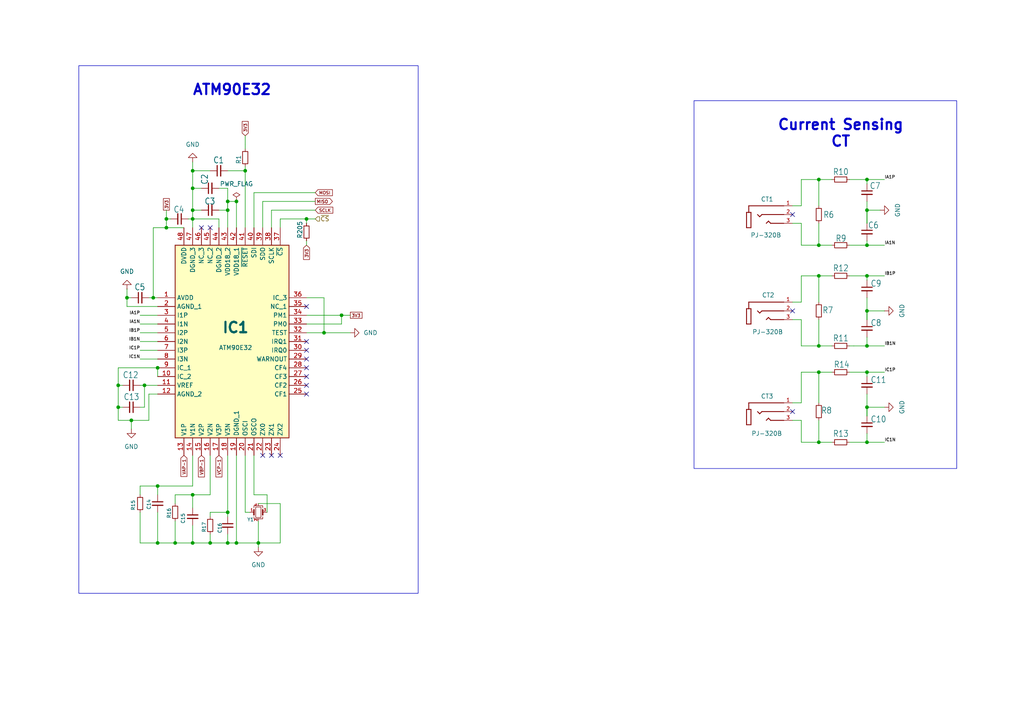
<source format=kicad_sch>
(kicad_sch (version 20231120) (generator "eeschema") (generator_version "8.0")
  (paper "A4")
  (lib_symbols
    (symbol "Device:C_Small" (pin_numbers hide) (pin_names (offset 0.254) hide)
      (property "Reference" "C" (at 0.254 1.778 0))
      (property "Value" "C_Small" (at 0.254 -2.032 0))
      (symbol "C_Small_0_1"
        (polyline (pts (xy -1.524 -0.508) (xy 1.524 -0.508)) (stroke (width 0.3302)))
        (polyline (pts (xy -1.524 0.508) (xy 1.524 0.508)) (stroke (width 0.3048)))
      )
      (symbol "C_Small_1_1"
        (pin passive line (at 0 2.54 270) (length 2.032) (name "~") (number "1"))
        (pin passive line (at 0 -2.54 90) (length 2.032) (name "~") (number "2"))
      )
    )
    (symbol "Device:Crystal_GND24_Small" (pin_names (offset 1.016) hide)
      (property "Reference" "Y" (at 1.27 4.445 0))
      (property "Value" "Crystal_GND24_Small" (at 1.27 2.54 0))
      (symbol "Crystal_GND24_Small_0_1"
        (rectangle (start -0.762 -1.524) (end 0.762 1.524))
        (polyline (pts (xy -1.27 -0.762) (xy -1.27 0.762)) (stroke (width 0.381)))
        (polyline (pts (xy 1.27 -0.762) (xy 1.27 0.762)) (stroke (width 0.381)))
        (polyline (pts (xy -1.27 -1.27) (xy -1.27 -1.905) (xy 1.27 -1.905) (xy 1.27 -1.27)))
        (polyline (pts (xy -1.27 1.27) (xy -1.27 1.905) (xy 1.27 1.905) (xy 1.27 1.27)))
      )
      (symbol "Crystal_GND24_Small_1_1"
        (pin passive line (at -2.54 0 0) (length 1.27) (name "1") (number "1"))
        (pin passive line (at 0 -2.54 90) (length 0.635) (name "2") (number "2"))
        (pin passive line (at 2.54 0 180) (length 1.27) (name "3") (number "3"))
        (pin passive line (at 0 2.54 270) (length 0.635) (name "4") (number "4"))
      )
    )
    (symbol "Device:R_Small" (pin_numbers hide) (pin_names (offset 0.254) hide)
      (property "Reference" "R" (at 0.762 0.508 0))
      (property "Value" "R_Small" (at 0.762 -1.016 0))
      (symbol "R_Small_0_1"
        (rectangle (start -0.762 1.778) (end 0.762 -1.778) (stroke (width 0.2032)))
      )
      (symbol "R_Small_1_1"
        (pin passive line (at 0 2.54 270) (length 0.762) (name "~") (number "1"))
        (pin passive line (at 0 -2.54 90) (length 0.762) (name "~") (number "2"))
      )
    )
    (symbol "Enerwize:ATM90E32AS-AU-R"
      (property "Reference" "IC" (at 39.37 20.32 0))
      (property "Value" "ATM90E32AS-AU-R" (at 39.37 17.78 0))
      (symbol "ATM90E32AS-AU-R_1_1"
        (rectangle (start 5.08 15.24) (end 38.1 -40.64) (stroke (width 0.254)) (fill (type background)))
        (pin passive line (at 0 0 0) (length 5.08) (name "AVDD") (number "1"))
        (pin passive line (at 0 -22.86 0) (length 5.08) (name "IC_2") (number "10"))
        (pin passive line (at 0 -25.4 0) (length 5.08) (name "VREF") (number "11"))
        (pin passive line (at 0 -27.94 0) (length 5.08) (name "AGND_2") (number "12"))
        (pin passive line (at 7.62 -45.72 90) (length 5.08) (name "V1P") (number "13"))
        (pin passive line (at 10.16 -45.72 90) (length 5.08) (name "V1N") (number "14"))
        (pin passive line (at 12.7 -45.72 90) (length 5.08) (name "V2P") (number "15"))
        (pin passive line (at 15.24 -45.72 90) (length 5.08) (name "V2N") (number "16"))
        (pin passive line (at 17.78 -45.72 90) (length 5.08) (name "V3P") (number "17"))
        (pin passive line (at 20.32 -45.72 90) (length 5.08) (name "V3N") (number "18"))
        (pin passive line (at 22.86 -45.72 90) (length 5.08) (name "DGND_1") (number "19"))
        (pin passive line (at 0 -2.54 0) (length 5.08) (name "AGND_1") (number "2"))
        (pin passive line (at 25.4 -45.72 90) (length 5.08) (name "OSCI") (number "20"))
        (pin passive line (at 27.94 -45.72 90) (length 5.08) (name "OSCO") (number "21"))
        (pin passive line (at 30.48 -45.72 90) (length 5.08) (name "ZX0") (number "22"))
        (pin passive line (at 33.02 -45.72 90) (length 5.08) (name "ZX1") (number "23"))
        (pin passive line (at 35.56 -45.72 90) (length 5.08) (name "ZX2") (number "24"))
        (pin passive line (at 43.18 -27.94 180) (length 5.08) (name "CF1") (number "25"))
        (pin passive line (at 43.18 -25.4 180) (length 5.08) (name "CF2") (number "26"))
        (pin passive line (at 43.18 -22.86 180) (length 5.08) (name "CF3") (number "27"))
        (pin passive line (at 43.18 -20.32 180) (length 5.08) (name "CF4") (number "28"))
        (pin passive line (at 43.18 -17.78 180) (length 5.08) (name "WARNOUT") (number "29"))
        (pin passive line (at 0 -5.08 0) (length 5.08) (name "I1P") (number "3"))
        (pin passive line (at 43.18 -15.24 180) (length 5.08) (name "IRQ0") (number "30"))
        (pin passive line (at 43.18 -12.7 180) (length 5.08) (name "IRQ1") (number "31"))
        (pin passive line (at 43.18 -10.16 180) (length 5.08) (name "TEST") (number "32"))
        (pin passive line (at 43.18 -7.62 180) (length 5.08) (name "PM0") (number "33"))
        (pin passive line (at 43.18 -5.08 180) (length 5.08) (name "PM1") (number "34"))
        (pin passive line (at 43.18 -2.54 180) (length 5.08) (name "NC_1") (number "35"))
        (pin passive line (at 43.18 0 180) (length 5.08) (name "IC_3") (number "36"))
        (pin passive line (at 35.56 20.32 270) (length 5.08) (name "~{CS}") (number "37"))
        (pin passive line (at 33.02 20.32 270) (length 5.08) (name "SCLK") (number "38"))
        (pin passive line (at 30.48 20.32 270) (length 5.08) (name "SDO") (number "39"))
        (pin passive line (at 0 -7.62 0) (length 5.08) (name "I1N") (number "4"))
        (pin passive line (at 27.94 20.32 270) (length 5.08) (name "SDI") (number "40"))
        (pin passive line (at 25.4 20.32 270) (length 5.08) (name "~{RESET}") (number "41"))
        (pin passive line (at 22.86 20.32 270) (length 5.08) (name "VDD18_1") (number "42"))
        (pin passive line (at 20.32 20.32 270) (length 5.08) (name "VDD18_2") (number "43"))
        (pin passive line (at 17.78 20.32 270) (length 5.08) (name "DGND_2") (number "44"))
        (pin passive line (at 15.24 20.32 270) (length 5.08) (name "NC_2") (number "45"))
        (pin passive line (at 12.7 20.32 270) (length 5.08) (name "NC_3") (number "46"))
        (pin passive line (at 10.16 20.32 270) (length 5.08) (name "DGND_3") (number "47"))
        (pin passive line (at 7.62 20.32 270) (length 5.08) (name "DVDD") (number "48"))
        (pin passive line (at 0 -10.16 0) (length 5.08) (name "I2P") (number "5"))
        (pin passive line (at 0 -12.7 0) (length 5.08) (name "I2N") (number "6"))
        (pin passive line (at 0 -15.24 0) (length 5.08) (name "I3P") (number "7"))
        (pin passive line (at 0 -17.78 0) (length 5.08) (name "I3N") (number "8"))
        (pin passive line (at 0 -20.32 0) (length 5.08) (name "IC_1") (number "9"))
      )
    )
    (symbol "Enerwize:PJ-320B" (pin_names (offset 1.016))
      (property "Reference" "J" (at -5.08 5.08 0))
      (property "Value" "PJ-320B" (at -5.08 -7.62 0))
      (symbol "PJ-320B_0_0"
        (polyline (pts (xy -5.715 -3.81) (xy -5.715 0.635)) (stroke (width 0.254)))
        (polyline (pts (xy -5.715 0.635) (xy -5.08 0.635)) (stroke (width 0.254)))
        (polyline (pts (xy -5.08 0.635) (xy -4.445 0.635)) (stroke (width 0.254)))
        (polyline (pts (xy -5.08 2.54) (xy -5.08 0.635)) (stroke (width 0.254)))
        (polyline (pts (xy -4.445 -3.81) (xy -5.715 -3.81)) (stroke (width 0.254)))
        (polyline (pts (xy -4.445 0.635) (xy -4.445 -3.81)) (stroke (width 0.254)))
        (polyline (pts (xy -1.905 -0.635) (xy -2.54 0)) (stroke (width 0.254)))
        (polyline (pts (xy -1.27 0) (xy -1.905 -0.635)) (stroke (width 0.254)))
        (polyline (pts (xy 0.635 -1.905) (xy 0 -2.54)) (stroke (width 0.254)))
        (polyline (pts (xy 1.27 -2.54) (xy 0.635 -1.905)) (stroke (width 0.254)))
        (polyline (pts (xy 5.08 -2.54) (xy 1.27 -2.54)) (stroke (width 0.254)))
        (polyline (pts (xy 5.08 0) (xy -1.27 0)) (stroke (width 0.254)))
        (polyline (pts (xy 5.08 2.54) (xy -5.08 2.54)) (stroke (width 0.254)))
        (pin passive line (at 7.62 2.54 180) (length 2.54) (name "~") (number "1"))
        (pin passive line (at 7.62 0 180) (length 2.54) (name "~") (number "2"))
        (pin passive line (at 7.62 -2.54 180) (length 2.54) (name "~") (number "3"))
      )
    )
    (symbol "PWR_FLAG_1" (power) (pin_numbers hide) (pin_names (offset 0) hide)
      (property "Value" "PWR_FLAG" (at 0 3.81 0))
      (symbol "PWR_FLAG_1_0_0"
        (pin power_out line (at 0 0 90) (length 0) (name "~") (number "1"))
      )
      (symbol "PWR_FLAG_1_0_1"
        (polyline (pts (xy 0 0) (xy 0 1.27) (xy -1.016 1.905) (xy 0 2.54) (xy 1.016 1.905) (xy 0 1.27)))
      )
    )
    (symbol "power:GND" (power) (pin_numbers hide) (pin_names (offset 0) hide)
      (property "Value" "GND" (at 0 -3.81 0))
      (symbol "GND_0_1"
        (polyline (pts (xy 0 0) (xy 0 -1.27) (xy 1.27 -1.27) (xy 0 -2.54) (xy -1.27 -1.27) (xy 0 -1.27)))
      )
      (symbol "GND_1_1"
        (pin power_in line (at 0 0 270) (length 0) (name "~") (number "1"))
      )
    )
  )
  (junction (at 237.49 80.01))
  (junction (at 55.88 157.48))
  (junction (at 34.29 118.11))
  (junction (at 48.26 63.5))
  (junction (at 60.96 157.48))
  (junction (at 34.29 111.76))
  (junction (at 36.83 86.36))
  (junction (at 251.46 71.12))
  (junction (at 68.58 157.48))
  (junction (at 45.72 157.48))
  (junction (at 50.8 157.48))
  (junction (at 251.46 118.11))
  (junction (at 38.1 121.92))
  (junction (at 251.46 100.33))
  (junction (at 237.49 52.07))
  (junction (at 66.04 58.42))
  (junction (at 237.49 71.12))
  (junction (at 88.9 63.5))
  (junction (at 41.91 111.76))
  (junction (at 93.98 96.52))
  (junction (at 71.12 49.53))
  (junction (at 66.04 157.48))
  (junction (at 251.46 52.07))
  (junction (at 44.45 86.36))
  (junction (at 55.88 49.53))
  (junction (at 99.06 91.44))
  (junction (at 237.49 128.27))
  (junction (at 251.46 80.01))
  (junction (at 251.46 60.96))
  (junction (at 55.88 60.96))
  (junction (at 48.26 66.04))
  (junction (at 45.72 106.68))
  (junction (at 45.72 140.97))
  (junction (at 251.46 90.17))
  (junction (at 251.46 128.27))
  (junction (at 237.49 107.95))
  (junction (at 237.49 100.33))
  (junction (at 66.04 148.59))
  (junction (at 74.93 157.48))
  (junction (at 66.04 60.96))
  (junction (at 55.88 63.5))
  (junction (at 55.88 143.51))
  (junction (at 251.46 107.95))
  (junction (at 55.88 54.61))
  (junction (at 68.58 58.42))
  (no_connect (at 88.9 106.68))
  (no_connect (at 229.87 62.23))
  (no_connect (at 58.42 66.04))
  (no_connect (at 229.87 119.38))
  (no_connect (at 88.9 88.9))
  (no_connect (at 60.96 66.04))
  (no_connect (at 88.9 101.6))
  (no_connect (at 88.9 111.76))
  (no_connect (at 78.74 132.08))
  (no_connect (at 88.9 114.3))
  (no_connect (at 88.9 99.06))
  (no_connect (at 88.9 109.22))
  (no_connect (at 81.28 132.08))
  (no_connect (at 88.9 104.14))
  (no_connect (at 229.87 90.17))
  (no_connect (at 76.2 132.08))
  (wire (pts (xy 256.54 107.95) (xy 251.46 107.95)) (stroke (width 0.1524)))
  (wire (pts (xy 45.72 157.48) (xy 50.8 157.48)))
  (wire (pts (xy 251.46 118.11) (xy 251.46 120.65)))
  (wire (pts (xy 55.88 152.4) (xy 55.88 157.48)))
  (wire (pts (xy 45.72 106.68) (xy 45.72 109.22)))
  (wire (pts (xy 71.12 132.08) (xy 71.12 148.59)) (stroke (width 0.1524)))
  (wire (pts (xy 55.88 63.5) (xy 55.88 66.04)))
  (wire (pts (xy 237.49 116.84) (xy 237.49 107.95)))
  (wire (pts (xy 34.29 111.76) (xy 35.56 111.76)))
  (wire (pts (xy 74.93 151.13) (xy 74.93 157.48)))
  (wire (pts (xy 40.64 148.59) (xy 40.64 157.48)))
  (wire (pts (xy 66.04 149.86) (xy 66.04 148.59)))
  (wire (pts (xy 251.46 100.33) (xy 251.46 97.79)))
  (wire (pts (xy 237.49 71.12) (xy 241.3 71.12)))
  (wire (pts (xy 60.96 148.59) (xy 66.04 148.59)) (stroke (width 0.1524)))
  (wire (pts (xy 256.54 80.01) (xy 251.46 80.01)) (stroke (width 0.1524)))
  (wire (pts (xy 40.64 157.48) (xy 45.72 157.48)))
  (wire (pts (xy 58.42 54.61) (xy 55.88 54.61)) (stroke (width 0.1524)))
  (wire (pts (xy 63.5 54.61) (xy 66.04 54.61)) (stroke (width 0.1524)))
  (wire (pts (xy 229.87 87.63) (xy 232.41 87.63)) (stroke (width 0.1524)))
  (wire (pts (xy 68.58 132.08) (xy 68.58 157.48)) (stroke (width 0.1524)))
  (wire (pts (xy 45.72 99.06) (xy 40.64 99.06)) (stroke (width 0.1524)))
  (wire (pts (xy 34.29 111.76) (xy 34.29 118.11)))
  (wire (pts (xy 66.04 49.53) (xy 71.12 49.53)))
  (wire (pts (xy 48.26 66.04) (xy 53.34 66.04)) (stroke (width 0.1524)))
  (wire (pts (xy 246.38 100.33) (xy 247.65 100.33)))
  (wire (pts (xy 88.9 64.77) (xy 88.9 63.5)))
  (wire (pts (xy 38.1 121.92) (xy 43.18 121.92)) (stroke (width 0.1524)))
  (wire (pts (xy 50.8 157.48) (xy 55.88 157.48)))
  (wire (pts (xy 256.54 118.11) (xy 251.46 118.11)) (stroke (width 0.1524)))
  (wire (pts (xy 81.28 157.48) (xy 74.93 157.48)))
  (wire (pts (xy 34.29 121.92) (xy 38.1 121.92)) (stroke (width 0.1524)))
  (wire (pts (xy 45.72 148.59) (xy 45.72 157.48)))
  (wire (pts (xy 74.93 146.05) (xy 81.28 146.05)))
  (wire (pts (xy 251.46 100.33) (xy 256.54 100.33)) (stroke (width 0.1524)))
  (wire (pts (xy 68.58 66.04) (xy 68.58 58.42)))
  (wire (pts (xy 55.88 60.96) (xy 55.88 63.5)))
  (wire (pts (xy 251.46 52.07) (xy 251.46 53.34)))
  (wire (pts (xy 50.8 151.13) (xy 50.8 157.48)))
  (wire (pts (xy 36.83 86.36) (xy 36.83 88.9)) (stroke (width 0.1524)))
  (wire (pts (xy 54.61 63.5) (xy 55.88 63.5)))
  (wire (pts (xy 73.66 55.88) (xy 91.44 55.88)) (stroke (width 0.1524)))
  (wire (pts (xy 71.12 41.91) (xy 71.12 43.18)))
  (wire (pts (xy 45.72 140.97) (xy 55.88 140.97)) (stroke (width 0.1524)))
  (wire (pts (xy 237.49 87.63) (xy 237.49 80.01)))
  (wire (pts (xy 251.46 90.17) (xy 251.46 92.71)))
  (wire (pts (xy 237.49 107.95) (xy 241.3 107.95)) (stroke (width 0.1524)))
  (wire (pts (xy 232.41 107.95) (xy 237.49 107.95)) (stroke (width 0.1524)))
  (wire (pts (xy 71.12 48.26) (xy 71.12 49.53)))
  (wire (pts (xy 81.28 66.04) (xy 81.28 63.5)) (stroke (width 0.1524)))
  (wire (pts (xy 232.41 52.07) (xy 237.49 52.07)) (stroke (width 0.1524)))
  (wire (pts (xy 68.58 157.48) (xy 74.93 157.48)) (stroke (width 0.1524)))
  (wire (pts (xy 237.49 100.33) (xy 241.3 100.33)))
  (wire (pts (xy 99.06 91.44) (xy 101.6 91.44)) (stroke (width 0.1524)))
  (wire (pts (xy 246.38 107.95) (xy 251.46 107.95)) (stroke (width 0.1524)))
  (wire (pts (xy 256.54 52.07) (xy 251.46 52.07)) (stroke (width 0.1524)))
  (wire (pts (xy 88.9 96.52) (xy 93.98 96.52)) (stroke (width 0.1524)))
  (wire (pts (xy 40.64 140.97) (xy 40.64 143.51)) (stroke (width 0.1524)))
  (wire (pts (xy 44.45 86.36) (xy 45.72 86.36)))
  (wire (pts (xy 55.88 54.61) (xy 55.88 60.96)) (stroke (width 0.1524)))
  (wire (pts (xy 78.74 60.96) (xy 91.44 60.96)) (stroke (width 0.1524)))
  (wire (pts (xy 34.29 118.11) (xy 34.29 121.92)))
  (wire (pts (xy 232.41 100.33) (xy 232.41 92.71)))
  (wire (pts (xy 48.26 60.96) (xy 48.26 63.5)))
  (wire (pts (xy 45.72 96.52) (xy 40.64 96.52)) (stroke (width 0.1524)))
  (wire (pts (xy 251.46 60.96) (xy 251.46 64.77)))
  (wire (pts (xy 88.9 86.36) (xy 93.98 86.36)) (stroke (width 0.1524)))
  (wire (pts (xy 232.41 80.01) (xy 237.49 80.01)))
  (wire (pts (xy 55.88 46.99) (xy 55.88 49.53)) (stroke (width 0.1524)))
  (wire (pts (xy 93.98 96.52) (xy 101.6 96.52)) (stroke (width 0.1524)))
  (wire (pts (xy 66.04 60.96) (xy 66.04 66.04)) (stroke (width 0.1524)))
  (wire (pts (xy 44.45 66.04) (xy 44.45 86.36)) (stroke (width 0.1524)))
  (wire (pts (xy 41.91 111.76) (xy 40.64 111.76)))
  (wire (pts (xy 232.41 116.84) (xy 229.87 116.84)) (stroke (width 0.1524)))
  (wire (pts (xy 55.88 143.51) (xy 55.88 147.32)))
  (wire (pts (xy 232.41 116.84) (xy 232.41 107.95)) (stroke (width 0.1524)))
  (wire (pts (xy 246.38 80.01) (xy 251.46 80.01)) (stroke (width 0.1524)))
  (wire (pts (xy 88.9 69.85) (xy 88.9 71.12)))
  (wire (pts (xy 45.72 140.97) (xy 45.72 143.51)))
  (wire (pts (xy 66.04 58.42) (xy 66.04 60.96)))
  (wire (pts (xy 251.46 107.95) (xy 251.46 109.22)))
  (wire (pts (xy 34.29 106.68) (xy 34.29 111.76)))
  (wire (pts (xy 60.96 154.94) (xy 60.96 157.48)))
  (wire (pts (xy 246.38 71.12) (xy 251.46 71.12)))
  (wire (pts (xy 60.96 132.08) (xy 60.96 143.51)))
  (wire (pts (xy 237.49 64.77) (xy 237.49 71.12)))
  (wire (pts (xy 41.91 118.11) (xy 40.64 118.11)))
  (wire (pts (xy 48.26 64.77) (xy 48.26 66.04)) (stroke (width 0.1524)))
  (wire (pts (xy 251.46 80.01) (xy 251.46 81.28)))
  (wire (pts (xy 71.12 39.37) (xy 71.12 41.91)) (stroke (width 0.1524)))
  (wire (pts (xy 81.28 63.5) (xy 88.9 63.5)) (stroke (width 0.1524)))
  (wire (pts (xy 232.41 59.69) (xy 229.87 59.69)))
  (wire (pts (xy 74.93 158.75) (xy 74.93 157.48)))
  (wire (pts (xy 251.46 118.11) (xy 251.46 114.3)))
  (wire (pts (xy 50.8 143.51) (xy 55.88 143.51)) (stroke (width 0.1524)))
  (wire (pts (xy 247.65 100.33) (xy 251.46 100.33)) (stroke (width 0.1524)))
  (wire (pts (xy 48.26 63.5) (xy 48.26 64.77)))
  (wire (pts (xy 55.88 157.48) (xy 60.96 157.48)))
  (wire (pts (xy 55.88 143.51) (xy 60.96 143.51)))
  (wire (pts (xy 246.38 128.27) (xy 251.46 128.27)) (stroke (width 0.1524)))
  (wire (pts (xy 232.41 92.71) (xy 229.87 92.71)))
  (wire (pts (xy 251.46 60.96) (xy 251.46 58.42)))
  (wire (pts (xy 45.72 88.9) (xy 36.83 88.9)) (stroke (width 0.1524)))
  (wire (pts (xy 71.12 148.59) (xy 72.39 148.59)) (stroke (width 0.1524)))
  (wire (pts (xy 256.54 90.17) (xy 251.46 90.17)) (stroke (width 0.1524)))
  (wire (pts (xy 41.91 111.76) (xy 45.72 111.76)))
  (wire (pts (xy 55.88 140.97) (xy 55.88 132.08)) (stroke (width 0.1524)))
  (wire (pts (xy 237.49 121.92) (xy 237.49 128.27)))
  (wire (pts (xy 43.18 114.3) (xy 43.18 121.92)) (stroke (width 0.1524)))
  (wire (pts (xy 66.04 58.42) (xy 66.04 60.96)) (stroke (width 0.1524)))
  (wire (pts (xy 41.91 111.76) (xy 41.91 118.11)))
  (wire (pts (xy 36.83 86.36) (xy 38.1 86.36)) (stroke (width 0.1524)))
  (wire (pts (xy 73.66 143.51) (xy 77.47 143.51)) (stroke (width 0.1524)))
  (wire (pts (xy 237.49 128.27) (xy 241.3 128.27)))
  (wire (pts (xy 38.1 121.92) (xy 38.1 124.46)))
  (wire (pts (xy 76.2 58.42) (xy 91.44 58.42)) (stroke (width 0.1524)))
  (wire (pts (xy 251.46 71.12) (xy 251.46 69.85)))
  (wire (pts (xy 55.88 49.53) (xy 55.88 54.61)) (stroke (width 0.1524)))
  (wire (pts (xy 93.98 86.36) (xy 93.98 96.52)) (stroke (width 0.1524)))
  (wire (pts (xy 99.06 93.98) (xy 99.06 91.44)) (stroke (width 0.1524)))
  (wire (pts (xy 60.96 49.53) (xy 55.88 49.53)) (stroke (width 0.1524)))
  (wire (pts (xy 73.66 132.08) (xy 73.66 143.51)) (stroke (width 0.1524)))
  (wire (pts (xy 78.74 66.04) (xy 78.74 60.96)) (stroke (width 0.1524)))
  (wire (pts (xy 232.41 71.12) (xy 232.41 64.77)))
  (wire (pts (xy 246.38 52.07) (xy 251.46 52.07)) (stroke (width 0.1524)))
  (wire (pts (xy 88.9 93.98) (xy 99.06 93.98)) (stroke (width 0.1524)))
  (wire (pts (xy 255.27 60.96) (xy 251.46 60.96)) (stroke (width 0.1524)))
  (wire (pts (xy 63.5 63.5) (xy 63.5 66.04)) (stroke (width 0.1524)))
  (wire (pts (xy 232.41 121.92) (xy 229.87 121.92)))
  (wire (pts (xy 43.18 86.36) (xy 44.45 86.36)))
  (wire (pts (xy 45.72 101.6) (xy 40.64 101.6)) (stroke (width 0.1524)))
  (wire (pts (xy 43.18 114.3) (xy 45.72 114.3)) (stroke (width 0.1524)))
  (wire (pts (xy 45.72 106.68) (xy 34.29 106.68)))
  (wire (pts (xy 55.88 63.5) (xy 63.5 63.5)) (stroke (width 0.1524)))
  (wire (pts (xy 237.49 52.07) (xy 241.3 52.07)) (stroke (width 0.1524)))
  (wire (pts (xy 232.41 128.27) (xy 237.49 128.27)))
  (wire (pts (xy 76.2 66.04) (xy 76.2 58.42)) (stroke (width 0.1524)))
  (wire (pts (xy 232.41 59.69) (xy 232.41 52.07)))
  (wire (pts (xy 45.72 91.44) (xy 40.64 91.44)) (stroke (width 0.1524)))
  (wire (pts (xy 60.96 148.59) (xy 60.96 149.86)) (stroke (width 0.1524)))
  (wire (pts (xy 55.88 60.96) (xy 58.42 60.96)) (stroke (width 0.1524)))
  (wire (pts (xy 251.46 128.27) (xy 251.46 125.73)))
  (wire (pts (xy 66.04 58.42) (xy 68.58 58.42)))
  (wire (pts (xy 66.04 157.48) (xy 68.58 157.48)))
  (wire (pts (xy 237.49 80.01) (xy 241.3 80.01)))
  (wire (pts (xy 251.46 90.17) (xy 251.46 86.36)))
  (wire (pts (xy 45.72 93.98) (xy 40.64 93.98)) (stroke (width 0.1524)))
  (wire (pts (xy 251.46 71.12) (xy 256.54 71.12)) (stroke (width 0.1524)))
  (wire (pts (xy 48.26 63.5) (xy 49.53 63.5)))
  (wire (pts (xy 88.9 91.44) (xy 99.06 91.44)) (stroke (width 0.1524)))
  (wire (pts (xy 66.04 154.94) (xy 66.04 157.48)))
  (wire (pts (xy 232.41 100.33) (xy 237.49 100.33)))
  (wire (pts (xy 237.49 59.69) (xy 237.49 52.07)))
  (wire (pts (xy 40.64 140.97) (xy 45.72 140.97)) (stroke (width 0.1524)))
  (wire (pts (xy 77.47 143.51) (xy 77.47 148.59)) (stroke (width 0.1524)))
  (wire (pts (xy 251.46 118.11) (xy 251.46 120.65)) (stroke (width 0.1524)))
  (wire (pts (xy 251.46 128.27) (xy 256.54 128.27)) (stroke (width 0.1524)))
  (wire (pts (xy 251.46 90.17) (xy 251.46 92.71)) (stroke (width 0.1524)))
  (wire (pts (xy 50.8 143.51) (xy 50.8 146.05)))
  (wire (pts (xy 36.83 86.36) (xy 38.1 86.36)))
  (wire (pts (xy 45.72 104.14) (xy 40.64 104.14)) (stroke (width 0.1524)))
  (wire (pts (xy 81.28 146.05) (xy 81.28 157.48)))
  (wire (pts (xy 232.41 87.63) (xy 232.41 80.01)) (stroke (width 0.1524)))
  (wire (pts (xy 36.83 83.82) (xy 36.83 86.36)))
  (wire (pts (xy 73.66 66.04) (xy 73.66 55.88)) (stroke (width 0.1524)))
  (wire (pts (xy 34.29 118.11) (xy 35.56 118.11)))
  (wire (pts (xy 63.5 60.96) (xy 66.04 60.96)))
  (wire (pts (xy 232.41 128.27) (xy 232.41 121.92)))
  (wire (pts (xy 232.41 71.12) (xy 237.49 71.12)))
  (wire (pts (xy 66.04 148.59) (xy 66.04 132.08)) (stroke (width 0.1524)))
  (wire (pts (xy 237.49 92.71) (xy 237.49 100.33)))
  (wire (pts (xy 71.12 49.53) (xy 71.12 66.04)))
  (wire (pts (xy 66.04 54.61) (xy 66.04 58.42)) (stroke (width 0.1524)))
  (wire (pts (xy 60.96 157.48) (xy 66.04 157.48)))
  (wire (pts (xy 232.41 64.77) (xy 229.87 64.77)))
  (wire (pts (xy 44.45 66.04) (xy 48.26 66.04)) (stroke (width 0.1524)))
  (wire (pts (xy 88.9 63.5) (xy 91.44 63.5)) (stroke (width 0.1524)))
  (wire (pts (xy 251.46 60.96) (xy 251.46 64.77)) (stroke (width 0.1524)))
  (rectangle (start 22.86 19.05) (end 121.285 172.085))
  (rectangle (start 201.295 29.21) (end 277.495 135.89))
  (text "Current Sensing\nCT" (at 243.84 42.926 0) (effects (font (size 3 3) (thickness 0.6) (bold yes)) (justify bottom)))
  (text "ATM90E32" (at 67.31 27.94 0) (effects (font (size 3 3) (thickness 0.6) (bold yes)) (justify bottom)))
  (label "IA1P" (at 40.64 91.44 180) (effects (font (size 0.889 0.889))))
  (label "IA1N" (at 256.54 71.12 0) (effects (font (size 0.889 0.889))))
  (label "IC1N" (at 40.64 104.14 180) (effects (font (size 0.889 0.889))))
  (label "IA1N" (at 40.64 93.98 180) (effects (font (size 0.889 0.889))))
  (label "IB1P" (at 256.54 80.01 0) (effects (font (size 0.889 0.889))))
  (label "IB1N" (at 40.64 99.06 180) (effects (font (size 0.889 0.889))))
  (label "IC1N" (at 256.54 128.27 0) (effects (font (size 0.889 0.889))))
  (label "IB1P" (at 40.64 96.52 180) (effects (font (size 0.889 0.889))))
  (label "IB1N" (at 256.54 100.33 0) (effects (font (size 0.889 0.889))))
  (label "IC1P" (at 256.54 107.95 0) (effects (font (size 0.889 0.889))))
  (label "IA1P" (at 256.54 52.07 0) (effects (font (size 0.889 0.889))))
  (label "IC1P" (at 40.64 101.6 180) (effects (font (size 0.889 0.889))))
  (global_label "3V3" (shape input) (at 71.12 39.37 90) (effects (font (size 0.889 0.889))) (property "Intersheetrefs" "${INTERSHEET_REFS}" (effects (hide yes))))
  (global_label "MOSI" (shape input) (at 91.44 55.88 0) (effects (font (size 0.9 0.9))) (property "Intersheetrefs" "${INTERSHEET_REFS}" (effects (hide yes))))
  (global_label "3V3" (shape input) (at 88.9 71.12 270) (effects (font (size 0.889 0.889))) (property "Intersheetrefs" "${INTERSHEET_REFS}" (effects (hide yes))))
  (global_label "MISO" (shape output) (at 91.44 58.42 0) (effects (font (size 0.9 0.9))) (property "Intersheetrefs" "${INTERSHEET_REFS}" (effects (hide yes))))
  (global_label "3V3" (shape passive) (at 48.26 60.96 90) (effects (font (size 0.889 0.889))) (property "Intersheetrefs" "${INTERSHEET_REFS}" (effects (hide yes))))
  (global_label "VBP-1" (shape input) (at 58.42 132.08 270) (effects (font (size 0.9 0.9))) (property "Intersheetrefs" "${INTERSHEET_REFS}" (effects (hide yes))))
  (global_label "VCP-1" (shape input) (at 63.5 132.08 270) (effects (font (size 0.9 0.9))) (property "Intersheetrefs" "${INTERSHEET_REFS}" (effects (hide yes))))
  (global_label "SCLK" (shape input) (at 91.44 60.96 0) (effects (font (size 0.9 0.9))) (property "Intersheetrefs" "${INTERSHEET_REFS}" (effects (hide yes))))
  (global_label "3V3" (shape passive) (at 101.6 91.44 0) (effects (font (size 0.9 0.9))) (property "Intersheetrefs" "${INTERSHEET_REFS}" (effects (hide yes))))
  (global_label "VAP-1" (shape input) (at 53.34 132.08 270) (effects (font (size 0.9 0.9))) (property "Intersheetrefs" "${INTERSHEET_REFS}" (effects (hide yes))))
  (hierarchical_label "~{CS}" (shape input) (at 91.44 63.5 0))
  (symbol (lib_id "Enerwize:PJ-320B") (at 222.25 62.23 0) (unit 1)
    (property "Reference" "CT1" (at 220.6625 57.785 0) (effects (justify left)))
    (property "Value" "PJ-320B" (at 217.678 68.199 0) (effects (justify left)))
    (property "Footprint" "Enerwize:BOOMELE_PJ-320B" (effects (hide yes)))
    (property "Description" "3.5mm headphone jack 30V 200mA SMD Audio Connector" (effects (hide yes)))
    (property "MF" "Luoyang Dishang electronics" (effects (hide yes)))
    (property "MAXIMUM_PACKAGE_HEIGHT" "5mm" (effects (hide yes)))
    (property "Package" "Package" (effects (hide yes)))
    (property "Price" "None" (effects (hide yes)))
    (property "Check_prices" "https://www.snapeda.com/parts/PJ-320B/Luoyang+Dishang+electronics/view-part/?ref=eda" (effects (hide yes)))
    (property "STANDARD" "Manufacturer Recommendation" (effects (hide yes)))
    (property "SnapEDA_Link" "https://www.snapeda.com/parts/PJ-320B/Luoyang+Dishang+electronics/view-part/?ref=snap" (effects (hide yes)))
    (property "MP" "PJ-320B" (effects (hide yes)))
    (property "Availability" "Not in stock" (effects (hide yes)))
    (property "MANUFACTURER" "Luoyang Dishang electronics" (effects (hide yes)))
    (property "LCSC Part #" "C18594" (effects (hide yes)))
    (instances (project "ATM90E32-breakout" (path "" (reference "CT1") (unit 1))) (project "Lora-Mainboard" (path "" (reference "CT201") (unit 1)) (path "" (reference "CT101") (unit 1)) (path "" (reference "CT301") (unit 1))))
  )
  (symbol (lib_id "Device:C_Small") (at 40.64 86.36 90) (unit 1)
    (property "Reference" "C5" (at 42.164 82.296 90) (effects (font (size 1.778 1.5113)) (justify left bottom)))
    (property "Value" "100nF X7R ±5%" (effects (hide yes)))
    (property "Footprint" "Capacitor_SMD:C_0603_1608Metric_Pad1.08x0.95mm_HandSolder" (effects (hide yes)))
    (property "Manufacturer_Part_Number" "06036C104JAT2A" (effects (hide yes)))
    (property "LCSC Part #" "C88136" (effects (hide yes)))
    (instances (project "ATM90E32-breakout" (path "" (reference "C5") (unit 1))) (project "Lora-Mainboard" (path "" (reference "C203") (unit 1)) (path "" (reference "C103") (unit 1)) (path "" (reference "C303") (unit 1))))
  )
  (symbol (lib_id "Device:C_Small") (at 63.5 49.53 90) (unit 1)
    (property "Reference" "C1" (at 65.024 45.466 90) (effects (font (size 1.778 1.5113)) (justify left bottom)))
    (property "Value" "100nF X7R ±5%" (effects (hide yes)))
    (property "Footprint" "Capacitor_SMD:C_0603_1608Metric_Pad1.08x0.95mm_HandSolder" (effects (hide yes)))
    (property "Manufacturer_Part_Number" "06036C104JAT2A" (effects (hide yes)))
    (property "LCSC Part #" "C88136" (effects (hide yes)))
    (instances (project "ATM90E32-breakout" (path "" (reference "C1") (unit 1))) (project "Lora-Mainboard" (path "" (reference "C209") (unit 1)) (path "" (reference "C109") (unit 1)) (path "" (reference "C309") (unit 1))))
  )
  (symbol (lib_id "Device:R_Small") (at 60.96 152.4 0) (unit 1)
    (property "Reference" "R17" (at 59.182 154.432 90) (effects (font (size 1 1)) (justify left)))
    (property "Value" "±0.1% ±25ppm/℃ 1kΩ" (effects (hide yes)))
    (property "Footprint" "Resistor_SMD:R_0603_1608Metric_Pad0.98x0.95mm_HandSolder" (effects (hide yes)))
    (property "Description" "±0.1% ±25ppm/℃ " (effects (hide yes)))
    (property "LCSC Part #" "C2989112" (effects (hide yes)))
    (instances (project "ATM90E32-breakout" (path "" (reference "R17") (unit 1))) (project "Lora-Mainboard" (path "" (reference "R203") (unit 1)) (path "" (reference "R103") (unit 1)) (path "" (reference "R303") (unit 1))))
  )
  (symbol (lib_id "Device:R_Small") (at 71.12 45.72 0) (unit 1)
    (property "Reference" "R1" (at 69.215 47.625 90) (effects (justify left)))
    (property "Value" "±25ppm/℃ ±0.1% 10kΩ" (effects (hide yes)))
    (property "Footprint" "Resistor_SMD:R_0603_1608Metric_Pad0.98x0.95mm_HandSolder" (effects (hide yes)))
    (property "LCSC Part #" "C95204" (effects (hide yes)))
    (instances (project "ATM90E32-breakout" (path "" (reference "R1") (unit 1))) (project "Lora-Mainboard" (path "" (reference "R204") (unit 1)) (path "" (reference "R104") (unit 1)) (path "" (reference "R304") (unit 1))))
  )
  (symbol (lib_id "power:GND") (at 36.83 83.82 180) (unit 1)
    (property "Reference" "#PWR02" (effects (hide yes)))
    (property "Value" "GND" (at 36.83 78.74 0))
    (property "Description" "Power symbol creates a global label with name \"GND\" , ground" (effects (hide yes)))
    (instances (project "ATM90E32-breakout" (path "" (reference "#PWR02") (unit 1))) (project "Lora-Mainboard" (path "" (reference "#PWR0201") (unit 1)) (path "" (reference "#PWR0101") (unit 1)) (path "" (reference "#PWR0301") (unit 1))))
  )
  (symbol (lib_id "Enerwize:PJ-320B") (at 222.25 119.38 0) (unit 1)
    (property "Reference" "CT3" (at 220.6625 114.935 0) (effects (justify left)))
    (property "Value" "PJ-320B" (at 217.932 125.73 0) (effects (justify left)))
    (property "Footprint" "Enerwize:BOOMELE_PJ-320B" (effects (hide yes)))
    (property "Description" "3.5mm headphone jack 30V 200mA SMD Audio Connector" (effects (hide yes)))
    (property "MF" "Luoyang Dishang electronics" (effects (hide yes)))
    (property "MAXIMUM_PACKAGE_HEIGHT" "5mm" (effects (hide yes)))
    (property "Package" "Package" (effects (hide yes)))
    (property "Price" "None" (effects (hide yes)))
    (property "Check_prices" "https://www.snapeda.com/parts/PJ-320B/Luoyang+Dishang+electronics/view-part/?ref=eda" (effects (hide yes)))
    (property "STANDARD" "Manufacturer Recommendation" (effects (hide yes)))
    (property "SnapEDA_Link" "https://www.snapeda.com/parts/PJ-320B/Luoyang+Dishang+electronics/view-part/?ref=snap" (effects (hide yes)))
    (property "MP" "PJ-320B" (effects (hide yes)))
    (property "Availability" "Not in stock" (effects (hide yes)))
    (property "MANUFACTURER" "Luoyang Dishang electronics" (effects (hide yes)))
    (property "LCSC Part #" "C18594" (effects (hide yes)))
    (instances (project "ATM90E32-breakout" (path "" (reference "CT3") (unit 1))) (project "Lora-Mainboard" (path "" (reference "CT203") (unit 1)) (path "" (reference "CT103") (unit 1)) (path "" (reference "CT303") (unit 1))))
  )
  (symbol (lib_id "Device:R_Small") (at 50.8 148.59 0) (unit 1)
    (property "Reference" "R16" (at 49.022 150.368 90) (effects (font (size 1 1)) (justify left)))
    (property "Value" "±0.1% ±25ppm/℃ 1kΩ" (effects (hide yes)))
    (property "Footprint" "Resistor_SMD:R_0603_1608Metric_Pad0.98x0.95mm_HandSolder" (effects (hide yes)))
    (property "LCSC Part #" "C2989112" (effects (hide yes)))
    (instances (project "ATM90E32-breakout" (path "" (reference "R16") (unit 1))) (project "Lora-Mainboard" (path "" (reference "R202") (unit 1)) (path "" (reference "R102") (unit 1)) (path "" (reference "R302") (unit 1))))
  )
  (symbol (lib_id "power:GND") (at 256.54 90.17 90) (unit 1)
    (property "Reference" "#PWR04" (effects (hide yes)))
    (property "Value" "GND" (at 261.62 90.17 0))
    (property "Description" "Power symbol creates a global label with name \"GND\" , ground" (effects (hide yes)))
    (instances (project "ATM90E32-breakout" (path "" (reference "#PWR04") (unit 1))) (project "Lora-Mainboard" (path "" (reference "#PWR0207") (unit 1)) (path "" (reference "#PWR0107") (unit 1)) (path "" (reference "#PWR0307") (unit 1))))
  )
  (symbol (lib_id "Device:R_Small") (at 243.84 107.95 270) (unit 1)
    (property "Reference" "R14" (at 241.808 106.68 90) (effects (font (size 1.778 1.5113)) (justify left bottom)))
    (property "Value" "±0.1% ±25ppm/℃ 100Ω" (effects (hide yes)))
    (property "Footprint" "Resistor_SMD:R_0603_1608Metric_Pad0.98x0.95mm_HandSolder" (effects (hide yes)))
    (property "LCSC Part #" "C2989113" (effects (hide yes)))
    (instances (project "ATM90E32-breakout" (path "" (reference "R14") (unit 1))) (project "Lora-Mainboard" (path "" (reference "R213") (unit 1)) (path "" (reference "R113") (unit 1)) (path "" (reference "R313") (unit 1))))
  )
  (symbol (lib_id "power:GND") (at 256.54 118.11 90) (unit 1)
    (property "Reference" "#PWR05" (effects (hide yes)))
    (property "Value" "GND" (at 261.62 118.11 0))
    (property "Description" "Power symbol creates a global label with name \"GND\" , ground" (effects (hide yes)))
    (instances (project "ATM90E32-breakout" (path "" (reference "#PWR05") (unit 1))) (project "Lora-Mainboard" (path "" (reference "#PWR0208") (unit 1)) (path "" (reference "#PWR0108") (unit 1)) (path "" (reference "#PWR0308") (unit 1))))
  )
  (symbol (lib_id "Device:C_Small") (at 251.46 83.82 0) (unit 1)
    (property "Reference" "C9" (at 252.476 83.185 0) (effects (font (size 1.778 1.5113)) (justify left bottom)))
    (property "Value" "330nF X7R ±10%" (effects (hide yes)))
    (property "Footprint" "Capacitor_SMD:C_0603_1608Metric_Pad1.08x0.95mm_HandSolder" (effects (hide yes)))
    (property "Manufacturer_Part_Number" "GCM033R71E331KA03J" (effects (hide yes)))
    (property "LCSC Part #" "C282682" (effects (hide yes)))
    (instances (project "ATM90E32-breakout" (path "" (reference "C9") (unit 1))) (project "Lora-Mainboard" (path "" (reference "C213") (unit 1)) (path "" (reference "C113") (unit 1)) (path "" (reference "C313") (unit 1))))
  )
  (symbol (lib_id "Device:C_Small") (at 251.46 55.88 0) (unit 1)
    (property "Reference" "C7" (at 252.222 54.864 0) (effects (font (size 1.778 1.5113)) (justify left bottom)))
    (property "Value" "330nF X7R ±10%" (effects (hide yes)))
    (property "Footprint" "Capacitor_SMD:C_0603_1608Metric_Pad1.08x0.95mm_HandSolder" (effects (hide yes)))
    (property "Manufacturer_Part_Number" "GCM033R71E331KA03J" (effects (hide yes)))
    (property "LCSC Part #" "C282682" (effects (hide yes)))
    (instances (project "ATM90E32-breakout" (path "" (reference "C7") (unit 1))) (project "Lora-Mainboard" (path "" (reference "C211") (unit 1)) (path "" (reference "C111") (unit 1)) (path "" (reference "C311") (unit 1))))
  )
  (symbol (lib_id "Device:C_Small") (at 66.04 152.4 0) (unit 1)
    (property "Reference" "C16" (at 63.754 154.686 90) (effects (font (size 1 1)) (justify left)))
    (property "Value" "18nF C0G ±5%" (effects (hide yes)))
    (property "Footprint" "Capacitor_SMD:C_0805_2012Metric_Pad1.18x1.45mm_HandSolder" (effects (hide yes)))
    (property "Description" " C0G ±5%" (effects (hide yes)))
    (property "Manufacturer_Part_Number" "GRM21B5C1H183JA01L" (effects (hide yes)))
    (property "LCSC Part #" "C162313" (effects (hide yes)))
    (instances (project "ATM90E32-breakout" (path "" (reference "C16") (unit 1))) (project "Lora-Mainboard" (path "" (reference "C210") (unit 1)) (path "" (reference "C110") (unit 1)) (path "" (reference "C310") (unit 1))))
  )
  (symbol (lib_id "power:GND") (at 55.88 46.99 180) (unit 1)
    (property "Reference" "#PWR01" (effects (hide yes)))
    (property "Value" "GND" (at 55.88 41.91 0))
    (property "Description" "Power symbol creates a global label with name \"GND\" , ground" (effects (hide yes)))
    (instances (project "ATM90E32-breakout" (path "" (reference "#PWR01") (unit 1))) (project "Lora-Mainboard" (path "" (reference "#PWR0203") (unit 1)) (path "" (reference "#PWR0103") (unit 1)) (path "" (reference "#PWR0303") (unit 1))))
  )
  (symbol (lib_id "power:GND") (at 38.1 124.46 0) (unit 1)
    (property "Reference" "#PWR08" (effects (hide yes)))
    (property "Value" "GND" (at 38.1 129.54 0))
    (property "Description" "Power symbol creates a global label with name \"GND\" , ground" (effects (hide yes)))
    (instances (project "ATM90E32-breakout" (path "" (reference "#PWR08") (unit 1))) (project "Lora-Mainboard" (path "" (reference "#PWR0202") (unit 1)) (path "" (reference "#PWR0102") (unit 1)) (path "" (reference "#PWR0302") (unit 1))))
  )
  (symbol (lib_id "Device:R_Small") (at 40.64 146.05 0) (unit 1)
    (property "Reference" "R15" (at 38.608 148.082 90) (effects (font (size 1 1)) (justify left)))
    (property "Value" "±0.1% ±25ppm/℃ 1kΩ" (effects (hide yes)))
    (property "Footprint" "Resistor_SMD:R_0603_1608Metric_Pad0.98x0.95mm_HandSolder" (effects (hide yes)))
    (property "LCSC Part #" "C2989112" (effects (hide yes)))
    (instances (project "ATM90E32-breakout" (path "" (reference "R15") (unit 1))) (project "Lora-Mainboard" (path "" (reference "R201") (unit 1)) (path "" (reference "R101") (unit 1)) (path "" (reference "R301") (unit 1))))
  )
  (symbol (lib_id "Device:C_Small") (at 52.07 63.5 270) (unit 1)
    (property "Reference" "C4" (at 50.292 61.722 90) (effects (font (size 1.778 1.5113)) (justify left bottom)))
    (property "Value" "100nF X7R ±5%" (effects (hide yes)))
    (property "Footprint" "Capacitor_SMD:C_0603_1608Metric_Pad1.08x0.95mm_HandSolder" (effects (hide yes)))
    (property "Manufacturer_Part_Number" "06036C104JAT2A" (effects (hide yes)))
    (property "LCSC Part #" "C88136" (effects (hide yes)))
    (instances (project "ATM90E32-breakout" (path "" (reference "C4") (unit 1))) (project "Lora-Mainboard" (path "" (reference "C205") (unit 1)) (path "" (reference "C105") (unit 1)) (path "" (reference "C305") (unit 1))))
  )
  (symbol (lib_id "power:GND") (at 74.93 158.75 0) (unit 1)
    (property "Reference" "#PWR09" (effects (hide yes)))
    (property "Value" "GND" (at 74.93 163.83 0))
    (property "Description" "Power symbol creates a global label with name \"GND\" , ground" (effects (hide yes)))
    (instances (project "ATM90E32-breakout" (path "" (reference "#PWR09") (unit 1))) (project "Lora-Mainboard" (path "" (reference "#PWR0204") (unit 1)) (path "" (reference "#PWR0104") (unit 1)) (path "" (reference "#PWR0304") (unit 1))))
  )
  (symbol (lib_id "Enerwize:PJ-320B") (at 222.25 90.17 0) (unit 1)
    (property "Reference" "CT2" (at 220.98 85.598 0) (effects (justify left)))
    (property "Value" "PJ-320B" (at 218.186 96.266 0) (effects (justify left)))
    (property "Footprint" "Enerwize:BOOMELE_PJ-320B" (effects (hide yes)))
    (property "Description" "3.5mm headphone jack 30V 200mA SMD Audio Connector" (effects (hide yes)))
    (property "MF" "Luoyang Dishang electronics" (effects (hide yes)))
    (property "MAXIMUM_PACKAGE_HEIGHT" "5mm" (effects (hide yes)))
    (property "Package" "Package" (effects (hide yes)))
    (property "Price" "None" (effects (hide yes)))
    (property "Check_prices" "https://www.snapeda.com/parts/PJ-320B/Luoyang+Dishang+electronics/view-part/?ref=eda" (effects (hide yes)))
    (property "STANDARD" "Manufacturer Recommendation" (effects (hide yes)))
    (property "SnapEDA_Link" "https://www.snapeda.com/parts/PJ-320B/Luoyang+Dishang+electronics/view-part/?ref=snap" (effects (hide yes)))
    (property "MP" "PJ-320B" (effects (hide yes)))
    (property "Availability" "Not in stock" (effects (hide yes)))
    (property "MANUFACTURER" "Luoyang Dishang electronics" (effects (hide yes)))
    (property "LCSC Part #" "C18594" (effects (hide yes)))
    (instances (project "ATM90E32-breakout" (path "" (reference "CT2") (unit 1))) (project "Lora-Mainboard" (path "" (reference "CT202") (unit 1)) (path "" (reference "CT102") (unit 1)) (path "" (reference "CT302") (unit 1))))
  )
  (symbol (lib_id "Device:C_Small") (at 60.96 60.96 90) (unit 1)
    (property "Reference" "C3" (at 62.484 57.404 90) (effects (font (size 1.778 1.5113)) (justify left bottom)))
    (property "Value" "100nF X7R ±5%" (effects (hide yes)))
    (property "Footprint" "Capacitor_SMD:C_0603_1608Metric_Pad1.08x0.95mm_HandSolder" (effects (hide yes)))
    (property "Manufacturer_Part_Number" "06036C104JAT2A" (effects (hide yes)))
    (property "LCSC Part #" "C88136" (effects (hide yes)))
    (instances (project "ATM90E32-breakout" (path "" (reference "C3") (unit 1))) (project "Lora-Mainboard" (path "" (reference "C208") (unit 1)) (path "" (reference "C108") (unit 1)) (path "" (reference "C308") (unit 1))))
  )
  (symbol (lib_id "Device:R_Small") (at 243.84 52.07 270) (unit 1)
    (property "Reference" "R10" (at 241.554 50.8 90) (effects (font (size 1.778 1.5113)) (justify left bottom)))
    (property "Value" "±0.1% ±25ppm/℃ 100Ω" (effects (hide yes)))
    (property "Footprint" "Resistor_SMD:R_0603_1608Metric_Pad0.98x0.95mm_HandSolder" (effects (hide yes)))
    (property "LCSC Part #" "C2989113" (effects (hide yes)))
    (instances (project "ATM90E32-breakout" (path "" (reference "R10") (unit 1))) (project "Lora-Mainboard" (path "" (reference "R209") (unit 1)) (path "" (reference "R109") (unit 1)) (path "" (reference "R309") (unit 1))))
  )
  (symbol (lib_id "Device:R_Small") (at 237.49 90.17 0) (unit 1)
    (property "Reference" "R7" (at 238.506 90.932 0) (effects (font (size 1.778 1.5113)) (justify left bottom)))
    (property "Value" "±0.5% ±25ppm/℃ 22Ω" (effects (hide yes)))
    (property "Footprint" "Resistor_SMD:R_0603_1608Metric_Pad0.98x0.95mm_HandSolder" (effects (hide yes)))
    (property "LCSC Part #" "C657279" (effects (hide yes)))
    (instances (project "ATM90E32-breakout" (path "" (reference "R7") (unit 1))) (project "Lora-Mainboard" (path "" (reference "R207") (unit 1)) (path "" (reference "R107") (unit 1)) (path "" (reference "R307") (unit 1))))
  )
  (symbol (lib_id "Enerwize:ATM90E32AS-AU-R") (at 45.72 86.36 0) (unit 1)
    (property "Reference" "IC1" (at 68.326 94.996 0) (effects (font (size 3 3) (bold yes))))
    (property "Value" "ATM90E32" (at 68.326 100.838 0))
    (property "Footprint" "Enerwize:ATM90E32AS-AU-R" (effects (hide yes)))
    (property "Datasheet" "http://ww1.microchip.com/downloads/en/DeviceDoc/Atmel-46003-SE-M90E32AS-Datasheet.pdf" (effects (hide yes)))
    (property "Height" "1.2" (effects (hide yes)))
    (property "Mouser Part Number" "556-ATM90E32AS-AU-R" (effects (hide yes)))
    (property "Mouser Price/Stock" "https://www.mouser.co.uk/ProductDetail/Microchip-Technology/ATM90E32AS-AU-R?qs=Vn0kGJULWwZ23KwdJg959A%3D%3D" (effects (hide yes)))
    (property "Manufacturer_Name" "Microchip" (effects (hide yes)))
    (property "Manufacturer_Part_Number" "ATM90E32AS-AU-R" (effects (hide yes)))
    (property "Arrow Part Number" "ATM90E32AS-AU-R" (effects (hide yes)))
    (property "Arrow Price/Stock" "https://www.arrow.com/en/products/atm90e32as-au-r/microchip-technology?region=nac" (effects (hide yes)))
    (property "LCSC Part #" "C177153" (effects (hide yes)))
    (instances (project "ATM90E32-breakout" (path "" (reference "IC1") (unit 1))) (project "Lora-Mainboard" (path "" (reference "IC201") (unit 1)) (path "" (reference "IC101") (unit 1)) (path "" (reference "IC301") (unit 1))))
  )
  (symbol (lib_id "Device:C_Small") (at 38.1 111.76 270) (unit 1)
    (property "Reference" "C12" (at 35.56 109.728 90) (effects (font (size 1.778 1.5113)) (justify left bottom)))
    (property "Value" "10uF X7R ±10%" (effects (hide yes)))
    (property "Footprint" "Capacitor_SMD:C_0603_1608Metric_Pad1.08x0.95mm_HandSolder" (effects (hide yes)))
    (property "Manufacturer_Part_Number" "GRM188Z71A106KA73D" (effects (hide yes)))
    (property "LCSC Part #" "C2959727" (effects (hide yes)))
    (instances (project "ATM90E32-breakout" (path "" (reference "C12") (unit 1))) (project "Lora-Mainboard" (path "" (reference "C201") (unit 1)) (path "" (reference "C101") (unit 1)) (path "" (reference "C301") (unit 1))))
  )
  (symbol (lib_id "power:GND") (at 101.6 96.52 90) (unit 1)
    (property "Reference" "#PWR06" (effects (hide yes)))
    (property "Value" "GND" (at 105.41 96.52 90) (effects (justify right)))
    (property "Description" "Power symbol creates a global label with name \"GND\" , ground" (effects (hide yes)))
    (instances (project "ATM90E32-breakout" (path "" (reference "#PWR06") (unit 1))) (project "Lora-Mainboard" (path "" (reference "#PWR0205") (unit 1)) (path "" (reference "#PWR0105") (unit 1)) (path "" (reference "#PWR0305") (unit 1))))
  )
  (symbol (lib_id "Device:C_Small") (at 38.1 118.11 270) (unit 1)
    (property "Reference" "C13" (at 35.814 116.078 90) (effects (font (size 1.778 1.5113)) (justify left bottom)))
    (property "Value" "100nF X7R ±5%" (effects (hide yes)))
    (property "Footprint" "Capacitor_SMD:C_0603_1608Metric_Pad1.08x0.95mm_HandSolder" (effects (hide yes)))
    (property "Manufacturer_Part_Number" "06036C104JAT2A" (effects (hide yes)))
    (property "LCSC Part #" "C88136" (effects (hide yes)))
    (instances (project "ATM90E32-breakout" (path "" (reference "C13") (unit 1))) (project "Lora-Mainboard" (path "" (reference "C202") (unit 1)) (path "" (reference "C102") (unit 1)) (path "" (reference "C302") (unit 1))))
  )
  (symbol (lib_id "Device:C_Small") (at 251.46 67.31 0) (unit 1)
    (property "Reference" "C6" (at 251.714 66.294 0) (effects (font (size 1.778 1.5113)) (justify left bottom)))
    (property "Value" "330nF X7R ±10%" (effects (hide yes)))
    (property "Footprint" "Capacitor_SMD:C_0603_1608Metric_Pad1.08x0.95mm_HandSolder" (effects (hide yes)))
    (property "Manufacturer_Part_Number" "GCM033R71E331KA03J" (effects (hide yes)))
    (property "LCSC Part #" "C282682" (effects (hide yes)))
    (instances (project "ATM90E32-breakout" (path "" (reference "C6") (unit 1))) (project "Lora-Mainboard" (path "" (reference "C212") (unit 1)) (path "" (reference "C112") (unit 1)) (path "" (reference "C312") (unit 1))))
  )
  (symbol (lib_id "Device:R_Small") (at 88.9 67.31 0) (unit 1)
    (property "Reference" "R205" (at 86.995 69.215 90) (effects (justify left)))
    (property "Value" "±25ppm/℃ ±0.1% 10kΩ" (effects (hide yes)))
    (property "Footprint" "Resistor_SMD:R_0603_1608Metric_Pad0.98x0.95mm_HandSolder" (effects (hide yes)))
    (property "LCSC Part #" "C95204" (effects (hide yes)))
    (instances (project "Lora-Mainboard" (path "" (reference "R205") (unit 1)) (path "" (reference "R105") (unit 1)) (path "" (reference "R305") (unit 1))))
  )
  (symbol (lib_id "Device:R_Small") (at 243.84 80.01 270) (unit 1)
    (property "Reference" "R12" (at 241.554 78.74 90) (effects (font (size 1.778 1.5113)) (justify left bottom)))
    (property "Value" "±0.1% ±25ppm/℃ 100Ω" (effects (hide yes)))
    (property "Footprint" "Resistor_SMD:R_0603_1608Metric_Pad0.98x0.95mm_HandSolder" (effects (hide yes)))
    (property "LCSC Part #" "C2989113" (effects (hide yes)))
    (instances (project "ATM90E32-breakout" (path "" (reference "R12") (unit 1))) (project "Lora-Mainboard" (path "" (reference "R211") (unit 1)) (path "" (reference "R111") (unit 1)) (path "" (reference "R311") (unit 1))))
  )
  (symbol (lib_id "Device:Crystal_GND24_Small") (at 74.93 148.59 0) (unit 1)
    (property "Reference" "Y1" (at 73.66 150.114 0) (effects (font (size 1 1)) (justify right top)))
    (property "Value" "16.384 Mhz Crystal" (effects (hide yes)))
    (property "Footprint" "Enerwize:Crystal_SMD_2016-4Pin_2.0x1.6mm" (effects (hide yes)))
    (property "LCSC Part #" "C781758" (effects (hide yes)))
    (instances (project "ATM90E32-breakout" (path "" (reference "Y1") (unit 1))) (project "Lora-Mainboard" (path "" (reference "Y201") (unit 1)) (path "" (reference "Y101") (unit 1)) (path "" (reference "Y301") (unit 1))))
  )
  (symbol (lib_id "Device:C_Small") (at 251.46 123.19 0) (unit 1)
    (property "Reference" "C10" (at 252.476 122.555 0) (effects (font (size 1.778 1.5113)) (justify left bottom)))
    (property "Value" "330nF X7R ±10%" (effects (hide yes)))
    (property "Footprint" "Capacitor_SMD:C_0603_1608Metric_Pad1.08x0.95mm_HandSolder" (effects (hide yes)))
    (property "Manufacturer_Part_Number" "GCM033R71E331KA03J" (effects (hide yes)))
    (property "LCSC Part #" "C282682" (effects (hide yes)))
    (instances (project "ATM90E32-breakout" (path "" (reference "C10") (unit 1))) (project "Lora-Mainboard" (path "" (reference "C216") (unit 1)) (path "" (reference "C116") (unit 1)) (path "" (reference "C316") (unit 1))))
  )
  (symbol (lib_id "Device:C_Small") (at 60.96 54.61 90) (unit 1)
    (property "Reference" "C2" (at 60.325 53.594 0) (effects (font (size 1.778 1.5113)) (justify left bottom)))
    (property "Value" "10uF X7R ±10%" (effects (hide yes)))
    (property "Footprint" "Capacitor_SMD:C_0603_1608Metric_Pad1.08x0.95mm_HandSolder" (effects (hide yes)))
    (property "Manufacturer_Part_Number" "GRM188Z71A106KA73D" (effects (hide yes)))
    (property "LCSC Part #" "C2959727" (effects (hide yes)))
    (instances (project "ATM90E32-breakout" (path "" (reference "C2") (unit 1))) (project "Lora-Mainboard" (path "" (reference "C207") (unit 1)) (path "" (reference "C107") (unit 1)) (path "" (reference "C307") (unit 1))))
  )
  (symbol (lib_id "Device:R_Small") (at 237.49 119.38 0) (unit 1)
    (property "Reference" "R8" (at 238.125 120.015 0) (effects (font (size 1.778 1.5113)) (justify left bottom)))
    (property "Value" "±0.5% ±25ppm/℃ 22Ω" (effects (hide yes)))
    (property "Footprint" "Resistor_SMD:R_0603_1608Metric_Pad0.98x0.95mm_HandSolder" (effects (hide yes)))
    (property "LCSC Part #" "C657279" (effects (hide yes)))
    (instances (project "ATM90E32-breakout" (path "" (reference "R8") (unit 1))) (project "Lora-Mainboard" (path "" (reference "R208") (unit 1)) (path "" (reference "R108") (unit 1)) (path "" (reference "R308") (unit 1))))
  )
  (symbol (lib_name "PWR_FLAG_1") (lib_id "power:PWR_FLAG") (at 68.58 58.42 0) (unit 1)
    (property "Reference" "#FLG01" (effects (hide yes)))
    (property "Value" "PWR_FLAG" (at 68.58 53.34 0))
    (property "Description" "Special symbol for telling ERC where power comes from" (effects (hide yes)))
    (instances (project "ATM90E32-breakout" (path "" (reference "#FLG01") (unit 1))) (project "Lora-Mainboard" (path "" (reference "#FLG0201") (unit 1)) (path "" (reference "#FLG0101") (unit 1)) (path "" (reference "#FLG0301") (unit 1))))
  )
  (symbol (lib_id "Device:C_Small") (at 251.46 111.76 0) (unit 1)
    (property "Reference" "C11" (at 252.476 111.125 0) (effects (font (size 1.778 1.5113)) (justify left bottom)))
    (property "Value" "330nF X7R ±10%" (effects (hide yes)))
    (property "Footprint" "Capacitor_SMD:C_0603_1608Metric_Pad1.08x0.95mm_HandSolder" (effects (hide yes)))
    (property "Manufacturer_Part_Number" "GCM033R71E331KA03J" (effects (hide yes)))
    (property "LCSC Part #" "C282682" (effects (hide yes)))
    (instances (project "ATM90E32-breakout" (path "" (reference "C11") (unit 1))) (project "Lora-Mainboard" (path "" (reference "C215") (unit 1)) (path "" (reference "C115") (unit 1)) (path "" (reference "C315") (unit 1))))
  )
  (symbol (lib_id "Device:R_Small") (at 243.84 71.12 270) (unit 1)
    (property "Reference" "R9" (at 242.316 70.104 90) (effects (font (size 1.778 1.5113)) (justify left bottom)))
    (property "Value" "±0.1% ±25ppm/℃ 100Ω" (effects (hide yes)))
    (property "Footprint" "Resistor_SMD:R_0603_1608Metric_Pad0.98x0.95mm_HandSolder" (effects (hide yes)))
    (property "LCSC Part #" "C2989113" (effects (hide yes)))
    (instances (project "ATM90E32-breakout" (path "" (reference "R9") (unit 1))) (project "Lora-Mainboard" (path "" (reference "R210") (unit 1)) (path "" (reference "R110") (unit 1)) (path "" (reference "R310") (unit 1))))
  )
  (symbol (lib_id "Device:R_Small") (at 243.84 128.27 270) (unit 1)
    (property "Reference" "R13" (at 241.554 126.746 90) (effects (font (size 1.778 1.5113)) (justify left bottom)))
    (property "Value" "±0.1% ±25ppm/℃ 100Ω" (effects (hide yes)))
    (property "Footprint" "Resistor_SMD:R_0603_1608Metric_Pad0.98x0.95mm_HandSolder" (effects (hide yes)))
    (property "LCSC Part #" "C2989113" (effects (hide yes)))
    (instances (project "ATM90E32-breakout" (path "" (reference "R13") (unit 1))) (project "Lora-Mainboard" (path "" (reference "R214") (unit 1)) (path "" (reference "R114") (unit 1)) (path "" (reference "R314") (unit 1))))
  )
  (symbol (lib_id "Device:R_Small") (at 243.84 100.33 270) (unit 1)
    (property "Reference" "R11" (at 241.554 99.06 90) (effects (font (size 1.778 1.5113)) (justify left bottom)))
    (property "Value" "±0.1% ±25ppm/℃ 100Ω" (effects (hide yes)))
    (property "Footprint" "Resistor_SMD:R_0603_1608Metric_Pad0.98x0.95mm_HandSolder" (effects (hide yes)))
    (property "LCSC Part #" "C2989113" (effects (hide yes)))
    (instances (project "ATM90E32-breakout" (path "" (reference "R11") (unit 1))) (project "Lora-Mainboard" (path "" (reference "R212") (unit 1)) (path "" (reference "R112") (unit 1)) (path "" (reference "R312") (unit 1))))
  )
  (symbol (lib_id "Device:R_Small") (at 237.49 62.23 0) (unit 1)
    (property "Reference" "R6" (at 238.76 63.246 0) (effects (font (size 1.778 1.5113)) (justify left bottom)))
    (property "Value" "±0.5% ±25ppm/℃ 22Ω" (effects (hide yes)))
    (property "Footprint" "Resistor_SMD:R_0603_1608Metric_Pad0.98x0.95mm_HandSolder" (effects (hide yes)))
    (property "LCSC Part #" "C657279" (effects (hide yes)))
    (instances (project "ATM90E32-breakout" (path "" (reference "R6") (unit 1))) (project "Lora-Mainboard" (path "" (reference "R206") (unit 1)) (path "" (reference "R106") (unit 1)) (path "" (reference "R306") (unit 1))))
  )
  (symbol (lib_id "power:GND") (at 255.27 60.96 90) (unit 1)
    (property "Reference" "#PWR03" (effects (hide yes)))
    (property "Value" "GND" (at 260.35 60.96 0))
    (property "Description" "Power symbol creates a global label with name \"GND\" , ground" (effects (hide yes)))
    (instances (project "ATM90E32-breakout" (path "" (reference "#PWR03") (unit 1))) (project "Lora-Mainboard" (path "" (reference "#PWR0206") (unit 1)) (path "" (reference "#PWR0106") (unit 1)) (path "" (reference "#PWR0306") (unit 1))))
  )
  (symbol (lib_id "Device:C_Small") (at 251.46 95.25 0) (unit 1)
    (property "Reference" "C8" (at 252.476 94.615 0) (effects (font (size 1.778 1.5113)) (justify left bottom)))
    (property "Value" "330nF X7R ±10%" (effects (hide yes)))
    (property "Footprint" "Capacitor_SMD:C_0603_1608Metric_Pad1.08x0.95mm_HandSolder" (effects (hide yes)))
    (property "Manufacturer_Part_Number" "GCM033R71E331KA03J" (effects (hide yes)))
    (property "LCSC Part #" "C282682" (effects (hide yes)))
    (instances (project "ATM90E32-breakout" (path "" (reference "C8") (unit 1))) (project "Lora-Mainboard" (path "" (reference "C214") (unit 1)) (path "" (reference "C114") (unit 1)) (path "" (reference "C314") (unit 1))))
  )
  (symbol (lib_id "Device:C_Small") (at 55.88 149.86 0) (unit 1)
    (property "Reference" "C15" (at 53.086 151.892 90) (effects (font (size 1 1)) (justify left)))
    (property "Value" "18nF C0G ±5%" (effects (hide yes)))
    (property "Footprint" "Capacitor_SMD:C_0805_2012Metric_Pad1.18x1.45mm_HandSolder" (effects (hide yes)))
    (property "Manufacturer_Part_Number" "GRM21B5C1H183JA01L" (effects (hide yes)))
    (property "LCSC Part #" "C162313" (effects (hide yes)))
    (instances (project "ATM90E32-breakout" (path "" (reference "C15") (unit 1))) (project "Lora-Mainboard" (path "" (reference "C206") (unit 1)) (path "" (reference "C106") (unit 1)) (path "" (reference "C306") (unit 1))))
  )
  (symbol (lib_id "Device:C_Small") (at 45.72 146.05 0) (unit 1)
    (property "Reference" "C14" (at 43.18 147.828 90) (effects (font (size 1 1)) (justify left)))
    (property "Value" "18nF C0G ±5%" (effects (hide yes)))
    (property "Footprint" "Capacitor_SMD:C_0805_2012Metric_Pad1.18x1.45mm_HandSolder" (effects (hide yes)))
    (property "Manufacturer_Part_Number" "GRM21B5C1H183JA01L" (effects (hide yes)))
    (property "LCSC Part #" "C162313" (effects (hide yes)))
    (instances (project "ATM90E32-breakout" (path "" (reference "C14") (unit 1))) (project "Lora-Mainboard" (path "" (reference "C204") (unit 1)) (path "" (reference "C104") (unit 1)) (path "" (reference "C304") (unit 1))))
  )
)
</source>
